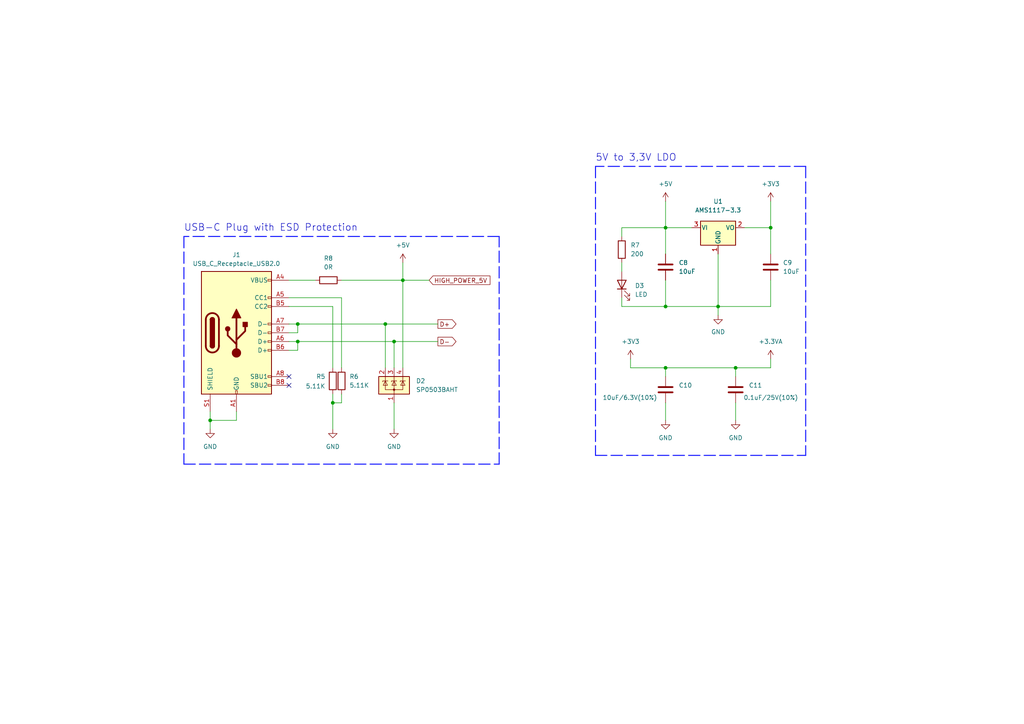
<source format=kicad_sch>
(kicad_sch (version 20211123) (generator eeschema)
  (paper "A4")
  (lib_symbols
    (symbol "Connector:USB_C_Receptacle_USB2.0" (pin_names (offset 1.016))
      (property "Reference" "J" (at -10.16 19.05 0))
      (property "Value" "USB_C_Receptacle_USB2.0" (at 19.05 19.05 0))
      (symbol "USB_C_Receptacle_USB2.0_0_0"
        (rectangle (start -0.254 -17.78) (end 0.254 -16.764))
        (rectangle (start 10.16 -14.986) (end 9.144 -15.494))
        (rectangle (start 10.16 -12.446) (end 9.144 -12.954))
        (rectangle (start 10.16 -4.826) (end 9.144 -5.334))
        (rectangle (start 10.16 -2.286) (end 9.144 -2.794))
        (rectangle (start 10.16 0.254) (end 9.144 -0.254))
        (rectangle (start 10.16 2.794) (end 9.144 2.286))
        (rectangle (start 10.16 7.874) (end 9.144 7.366))
        (rectangle (start 10.16 10.414) (end 9.144 9.906))
        (rectangle (start 10.16 15.494) (end 9.144 14.986))
      )
      (symbol "USB_C_Receptacle_USB2.0_0_1"
        (rectangle (start -10.16 17.78) (end 10.16 -17.78) (stroke (width 0.254)) (fill (type background)))
        (arc (start -8.89 -3.81) (mid -6.985 -5.715) (end -5.08 -3.81) (stroke (width 0.508)))
        (arc (start -7.62 -3.81) (mid -6.985 -4.445) (end -6.35 -3.81) (stroke (width 0.254)))
        (arc (start -7.62 -3.81) (mid -6.985 -4.445) (end -6.35 -3.81) (stroke (width 0.254)) (fill (type outline)))
        (rectangle (start -7.62 -3.81) (end -6.35 3.81) (stroke (width 0.254)) (fill (type outline)))
        (arc (start -6.35 3.81) (mid -6.985 4.445) (end -7.62 3.81) (stroke (width 0.254)))
        (arc (start -6.35 3.81) (mid -6.985 4.445) (end -7.62 3.81) (stroke (width 0.254)) (fill (type outline)))
        (arc (start -5.08 3.81) (mid -6.985 5.715) (end -8.89 3.81) (stroke (width 0.508)))
        (circle (center -2.54 1.143) (radius 0.635) (stroke (width 0.254)) (fill (type outline)))
        (circle (center 0 -5.842) (radius 1.27) (fill (type outline)))
        (polyline (pts (xy -8.89 -3.81) (xy -8.89 3.81)) (stroke (width 0.508)))
        (polyline (pts (xy -5.08 3.81) (xy -5.08 -3.81)) (stroke (width 0.508)))
        (polyline (pts (xy 0 -5.842) (xy 0 4.318)) (stroke (width 0.508)))
        (polyline (pts (xy 0 -3.302) (xy -2.54 -0.762) (xy -2.54 0.508)) (stroke (width 0.508)))
        (polyline (pts (xy 0 -2.032) (xy 2.54 0.508) (xy 2.54 1.778)) (stroke (width 0.508)))
        (polyline (pts (xy -1.27 4.318) (xy 0 6.858) (xy 1.27 4.318) (xy -1.27 4.318)) (stroke (width 0.254)) (fill (type outline)))
        (rectangle (start 1.905 1.778) (end 3.175 3.048) (stroke (width 0.254)) (fill (type outline)))
      )
      (symbol "USB_C_Receptacle_USB2.0_1_1"
        (pin passive line (at 0 -22.86 90) (length 5.08) (name "GND") (number "A1"))
        (pin passive line (at 0 -22.86 90) (length 5.08) hide (name "GND") (number "A12"))
        (pin passive line (at 15.24 15.24 180) (length 5.08) (name "VBUS") (number "A4"))
        (pin bidirectional line (at 15.24 10.16 180) (length 5.08) (name "CC1") (number "A5"))
        (pin bidirectional line (at 15.24 -2.54 180) (length 5.08) (name "D+") (number "A6"))
        (pin bidirectional line (at 15.24 2.54 180) (length 5.08) (name "D-") (number "A7"))
        (pin bidirectional line (at 15.24 -12.7 180) (length 5.08) (name "SBU1") (number "A8"))
        (pin passive line (at 15.24 15.24 180) (length 5.08) hide (name "VBUS") (number "A9"))
        (pin passive line (at 0 -22.86 90) (length 5.08) hide (name "GND") (number "B1"))
        (pin passive line (at 0 -22.86 90) (length 5.08) hide (name "GND") (number "B12"))
        (pin passive line (at 15.24 15.24 180) (length 5.08) hide (name "VBUS") (number "B4"))
        (pin bidirectional line (at 15.24 7.62 180) (length 5.08) (name "CC2") (number "B5"))
        (pin bidirectional line (at 15.24 -5.08 180) (length 5.08) (name "D+") (number "B6"))
        (pin bidirectional line (at 15.24 0 180) (length 5.08) (name "D-") (number "B7"))
        (pin bidirectional line (at 15.24 -15.24 180) (length 5.08) (name "SBU2") (number "B8"))
        (pin passive line (at 15.24 15.24 180) (length 5.08) hide (name "VBUS") (number "B9"))
        (pin passive line (at -7.62 -22.86 90) (length 5.08) (name "SHIELD") (number "S1"))
      )
    )
    (symbol "Device:C" (pin_numbers hide) (pin_names (offset 0.254))
      (property "Reference" "C" (at 0.635 2.54 0))
      (property "Value" "C" (at 0.635 -2.54 0))
      (symbol "C_0_1"
        (polyline (pts (xy -2.032 -0.762) (xy 2.032 -0.762)) (stroke (width 0.508)))
        (polyline (pts (xy -2.032 0.762) (xy 2.032 0.762)) (stroke (width 0.508)))
      )
      (symbol "C_1_1"
        (pin passive line (at 0 3.81 270) (length 2.794) (name "~") (number "1"))
        (pin passive line (at 0 -3.81 90) (length 2.794) (name "~") (number "2"))
      )
    )
    (symbol "Device:LED" (pin_numbers hide) (pin_names (offset 1.016) hide)
      (property "Reference" "D" (at 0 2.54 0))
      (property "Value" "LED" (at 0 -2.54 0))
      (symbol "LED_0_1"
        (polyline (pts (xy -1.27 -1.27) (xy -1.27 1.27)) (stroke (width 0.254)))
        (polyline (pts (xy -1.27 0) (xy 1.27 0)))
        (polyline (pts (xy 1.27 -1.27) (xy 1.27 1.27) (xy -1.27 0) (xy 1.27 -1.27)) (stroke (width 0.254)))
        (polyline (pts (xy -3.048 -0.762) (xy -4.572 -2.286) (xy -3.81 -2.286) (xy -4.572 -2.286) (xy -4.572 -1.524)))
        (polyline (pts (xy -1.778 -0.762) (xy -3.302 -2.286) (xy -2.54 -2.286) (xy -3.302 -2.286) (xy -3.302 -1.524)))
      )
      (symbol "LED_1_1"
        (pin passive line (at -3.81 0 0) (length 2.54) (name "K") (number "1"))
        (pin passive line (at 3.81 0 180) (length 2.54) (name "A") (number "2"))
      )
    )
    (symbol "Device:R" (pin_numbers hide) (pin_names (offset 0))
      (property "Reference" "R" (at 2.032 0 90))
      (property "Value" "R" (at 0 0 90))
      (symbol "R_0_1"
        (rectangle (start -1.016 -2.54) (end 1.016 2.54) (stroke (width 0.254)))
      )
      (symbol "R_1_1"
        (pin passive line (at 0 3.81 270) (length 1.27) (name "~") (number "1"))
        (pin passive line (at 0 -3.81 90) (length 1.27) (name "~") (number "2"))
      )
    )
    (symbol "Power_Protection:SP0503BAHT" (pin_names hide)
      (property "Reference" "D" (at 5.715 2.54 0))
      (property "Value" "SP0503BAHT" (at 5.715 0.635 0))
      (symbol "SP0503BAHT_0_0"
        (pin passive line (at 0 -5.08 90) (length 2.54) (name "A") (number "1"))
      )
      (symbol "SP0503BAHT_0_1"
        (rectangle (start -4.445 2.54) (end 4.445 -2.54) (stroke (width 0.254)) (fill (type background)))
        (circle (center 0 -1.27) (radius 0.254) (fill (type outline)))
        (polyline (pts (xy -2.54 2.54) (xy -2.54 1.27)))
        (polyline (pts (xy 0 -1.27) (xy 0 -2.54)))
        (polyline (pts (xy 0 -1.27) (xy 0 1.27)))
        (polyline (pts (xy 0 2.54) (xy 0 1.27)))
        (polyline (pts (xy 0.635 1.27) (xy 0.762 1.27)))
        (polyline (pts (xy 2.54 2.54) (xy 2.54 1.27)))
        (polyline (pts (xy 0.635 1.27) (xy -0.762 1.27) (xy -0.762 1.016)))
        (polyline (pts (xy -3.302 1.016) (xy -3.302 1.27) (xy -1.905 1.27) (xy -1.778 1.27)))
        (polyline (pts (xy -2.54 1.27) (xy -2.54 -1.27) (xy 2.54 -1.27) (xy 2.54 1.27)))
        (polyline (pts (xy -2.54 1.27) (xy -1.905 0) (xy -3.175 0) (xy -2.54 1.27)))
        (polyline (pts (xy 0.635 0) (xy -0.635 0) (xy 0 1.27) (xy 0.635 0)))
        (polyline (pts (xy 1.778 1.016) (xy 1.778 1.27) (xy 3.175 1.27) (xy 3.302 1.27)))
        (polyline (pts (xy 2.54 1.27) (xy 1.905 0) (xy 3.175 0) (xy 2.54 1.27)))
      )
      (symbol "SP0503BAHT_1_1"
        (pin passive line (at -2.54 5.08 270) (length 2.54) (name "K") (number "2"))
        (pin passive line (at 0 5.08 270) (length 2.54) (name "K") (number "3"))
        (pin passive line (at 2.54 5.08 270) (length 2.54) (name "K") (number "4"))
      )
    )
    (symbol "Regulator_Linear:AMS1117-3.3" (pin_names (offset 0.254))
      (property "Reference" "U" (at -3.81 3.175 0))
      (property "Value" "AMS1117-3.3" (at 0 3.175 0))
      (symbol "AMS1117-3.3_0_1"
        (rectangle (start -5.08 -5.08) (end 5.08 1.905) (stroke (width 0.254)) (fill (type background)))
      )
      (symbol "AMS1117-3.3_1_1"
        (pin power_in line (at 0 -7.62 90) (length 2.54) (name "GND") (number "1"))
        (pin power_out line (at 7.62 0 180) (length 2.54) (name "VO") (number "2"))
        (pin power_in line (at -7.62 0 0) (length 2.54) (name "VI") (number "3"))
      )
    )
    (symbol "power:+3.3V" (power) (pin_names (offset 0))
      (property "Value" "+3.3V" (at 0 3.556 0))
      (symbol "+3.3V_0_1"
        (polyline (pts (xy -0.762 1.27) (xy 0 2.54)))
        (polyline (pts (xy 0 0) (xy 0 2.54)))
        (polyline (pts (xy 0 2.54) (xy 0.762 1.27)))
      )
      (symbol "+3.3V_1_1"
        (pin power_in line (at 0 0 90) (length 0) hide (name "+3V3") (number "1"))
      )
    )
    (symbol "power:+3.3VA" (power) (pin_names (offset 0))
      (property "Value" "+3.3VA" (at 0 3.556 0))
      (symbol "+3.3VA_0_1"
        (polyline (pts (xy -0.762 1.27) (xy 0 2.54)))
        (polyline (pts (xy 0 0) (xy 0 2.54)))
        (polyline (pts (xy 0 2.54) (xy 0.762 1.27)))
      )
      (symbol "+3.3VA_1_1"
        (pin power_in line (at 0 0 90) (length 0) hide (name "+3.3VA") (number "1"))
      )
    )
    (symbol "power:+5V" (power) (pin_names (offset 0))
      (property "Value" "+5V" (at 0 3.556 0))
      (symbol "+5V_0_1"
        (polyline (pts (xy -0.762 1.27) (xy 0 2.54)))
        (polyline (pts (xy 0 0) (xy 0 2.54)))
        (polyline (pts (xy 0 2.54) (xy 0.762 1.27)))
      )
      (symbol "+5V_1_1"
        (pin power_in line (at 0 0 90) (length 0) hide (name "+5V") (number "1"))
      )
    )
    (symbol "power:GND" (power) (pin_names (offset 0))
      (property "Value" "GND" (at 0 -3.81 0))
      (symbol "GND_0_1"
        (polyline (pts (xy 0 0) (xy 0 -1.27) (xy 1.27 -1.27) (xy 0 -2.54) (xy -1.27 -1.27) (xy 0 -1.27)))
      )
      (symbol "GND_1_1"
        (pin power_in line (at 0 0 270) (length 0) hide (name "GND") (number "1"))
      )
    )
  )
  (junction (at 96.52 116.84))
  (junction (at 116.84 81.28))
  (junction (at 86.36 93.98))
  (junction (at 60.96 121.92))
  (junction (at 213.36 106.68))
  (junction (at 114.3 99.06))
  (junction (at 111.76 93.98))
  (junction (at 193.04 66.04))
  (junction (at 86.36 99.06))
  (junction (at 193.04 88.9))
  (junction (at 208.28 88.9))
  (junction (at 223.52 66.04))
  (junction (at 193.04 106.68))
  (no_connect (at 83.82 111.76))
  (no_connect (at 83.82 109.22))
  (wire (pts (xy 208.28 73.66) (xy 208.28 88.9)))
  (polyline (pts (xy 233.68 48.26) (xy 172.72 48.26)) (stroke (width 0.3) (color 25 28 255 1)))
  (wire (pts (xy 193.04 106.68) (xy 213.36 106.68)))
  (wire (pts (xy 96.52 114.3) (xy 96.52 116.84)))
  (wire (pts (xy 96.52 116.84) (xy 96.52 124.46)))
  (wire (pts (xy 60.96 121.92) (xy 68.58 121.92)))
  (polyline (pts (xy 233.68 48.26) (xy 233.68 132.08)) (stroke (width 0.3) (color 25 28 255 1)))
  (wire (pts (xy 193.04 121.92) (xy 193.04 116.84)))
  (wire (pts (xy 180.34 66.04) (xy 193.04 66.04)))
  (wire (pts (xy 180.34 76.2) (xy 180.34 78.74)))
  (wire (pts (xy 83.82 96.52) (xy 86.36 96.52)))
  (wire (pts (xy 223.52 81.28) (xy 223.52 88.9)))
  (wire (pts (xy 114.3 99.06) (xy 127 99.06)))
  (wire (pts (xy 208.28 91.44) (xy 208.28 88.9)))
  (wire (pts (xy 223.52 73.66) (xy 223.52 66.04)))
  (wire (pts (xy 223.52 58.42) (xy 223.52 66.04)))
  (wire (pts (xy 60.96 119.38) (xy 60.96 121.92)))
  (wire (pts (xy 83.82 101.6) (xy 86.36 101.6)))
  (wire (pts (xy 223.52 88.9) (xy 208.28 88.9)))
  (wire (pts (xy 86.36 101.6) (xy 86.36 99.06)))
  (wire (pts (xy 180.34 88.9) (xy 193.04 88.9)))
  (wire (pts (xy 213.36 109.22) (xy 213.36 106.68)))
  (wire (pts (xy 213.36 106.68) (xy 223.52 106.68)))
  (polyline (pts (xy 172.72 48.26) (xy 172.72 132.08)) (stroke (width 0.3) (color 25 28 255 1)))
  (wire (pts (xy 193.04 58.42) (xy 193.04 66.04)))
  (polyline (pts (xy 144.78 68.58) (xy 53.34 68.58)) (stroke (width 0.3) (color 25 28 255 1)))
  (wire (pts (xy 193.04 88.9) (xy 208.28 88.9)))
  (polyline (pts (xy 144.78 134.62) (xy 144.78 68.58)) (stroke (width 0.3) (color 25 28 255 1)))
  (wire (pts (xy 86.36 93.98) (xy 111.76 93.98)))
  (wire (pts (xy 116.84 81.28) (xy 99.06 81.28)))
  (wire (pts (xy 114.3 99.06) (xy 114.3 106.68)))
  (wire (pts (xy 60.96 121.92) (xy 60.96 124.46)))
  (wire (pts (xy 193.04 66.04) (xy 193.04 73.66)))
  (wire (pts (xy 193.04 106.68) (xy 193.04 109.22)))
  (wire (pts (xy 111.76 93.98) (xy 111.76 106.68)))
  (polyline (pts (xy 53.34 134.62) (xy 144.78 134.62)) (stroke (width 0.3) (color 25 28 255 1)))
  (wire (pts (xy 83.82 86.36) (xy 99.06 86.36)))
  (wire (pts (xy 68.58 121.92) (xy 68.58 119.38)))
  (wire (pts (xy 116.84 81.28) (xy 124.46 81.28)))
  (wire (pts (xy 86.36 99.06) (xy 114.3 99.06)))
  (wire (pts (xy 114.3 116.84) (xy 114.3 124.46)))
  (wire (pts (xy 213.36 121.92) (xy 213.36 116.84)))
  (wire (pts (xy 193.04 66.04) (xy 200.66 66.04)))
  (wire (pts (xy 193.04 81.28) (xy 193.04 88.9)))
  (wire (pts (xy 86.36 99.06) (xy 83.82 99.06)))
  (wire (pts (xy 180.34 88.9) (xy 180.34 86.36)))
  (polyline (pts (xy 53.34 68.58) (xy 53.34 134.62)) (stroke (width 0.3) (color 25 28 255 1)))
  (wire (pts (xy 99.06 114.3) (xy 99.06 116.84)))
  (wire (pts (xy 99.06 86.36) (xy 99.06 106.68)))
  (wire (pts (xy 83.82 81.28) (xy 91.44 81.28)))
  (wire (pts (xy 223.52 66.04) (xy 215.9 66.04)))
  (wire (pts (xy 99.06 116.84) (xy 96.52 116.84)))
  (wire (pts (xy 86.36 96.52) (xy 86.36 93.98)))
  (wire (pts (xy 182.88 106.68) (xy 182.88 104.14)))
  (wire (pts (xy 182.88 106.68) (xy 193.04 106.68)))
  (wire (pts (xy 116.84 76.2) (xy 116.84 81.28)))
  (wire (pts (xy 180.34 68.58) (xy 180.34 66.04)))
  (wire (pts (xy 83.82 88.9) (xy 96.52 88.9)))
  (wire (pts (xy 223.52 104.14) (xy 223.52 106.68)))
  (wire (pts (xy 111.76 93.98) (xy 127 93.98)))
  (wire (pts (xy 96.52 88.9) (xy 96.52 106.68)))
  (wire (pts (xy 116.84 81.28) (xy 116.84 106.68)))
  (polyline (pts (xy 172.72 132.08) (xy 233.68 132.08)) (stroke (width 0.3) (color 25 28 255 1)))
  (wire (pts (xy 83.82 93.98) (xy 86.36 93.98)))
  (text "USB-C Plug with ESD Protection\n" (at 53.34 67.31 0) (effects (font (size 2 2)) (justify left bottom)))
  (text "5V to 3,3V LDO " (at 172.72 46.99 0) (effects (font (size 2 2)) (justify left bottom)))
  (global_label "D-" (shape output) (at 127 99.06 0) (property "Intersheet References" "${INTERSHEET_REFS}" (effects hide)))
  (global_label "D+" (shape output) (at 127 93.98 0) (property "Intersheet References" "${INTERSHEET_REFS}" (effects hide)))
  (global_label "HIGH_POWER_5V" (shape input) (at 124.46 81.28 0) (property "Intersheet References" "${INTERSHEET_REFS}" (effects hide)))
  (symbol (lib_id "power:+3.3V") (at 182.88 104.14 0) (unit 1)
    (property "Reference" "#PWR0109" (effects hide))
    (property "Value" "+3.3V" (at 182.88 99.06 0))
  )
  (symbol (lib_id "Device:R") (at 95.25 81.28 90) (unit 1)
    (property "Reference" "R8" (at 95.25 74.93 90))
    (property "Value" "0R" (at 95.25 77.47 90))
    (property "Footprint" "Resistor_SMD:R_0805_2012Metric_Pad1.20x1.40mm_HandSolder" (effects hide))
  )
  (symbol (lib_id "power:+3.3V") (at 223.52 58.42 0) (unit 1)
    (property "Reference" "#PWR0115" (effects hide))
    (property "Value" "+3.3V" (at 223.52 53.34 0))
  )
  (symbol (lib_id "power:GND") (at 193.04 121.92 0) (unit 1)
    (property "Reference" "#PWR0111" (effects hide))
    (property "Value" "GND" (at 193.04 127 0))
  )
  (symbol (lib_id "power:+3.3VA") (at 223.52 104.14 0) (unit 1)
    (property "Reference" "#PWR0113" (effects hide))
    (property "Value" "+3.3VA" (at 223.52 99.06 0))
  )
  (symbol (lib_id "Device:R") (at 180.34 72.39 0) (unit 1)
    (property "Reference" "R7" (at 182.88 71.1199 0) (effects (justify left)))
    (property "Value" "200" (at 182.88 73.6599 0) (effects (justify left)))
    (property "Footprint" "Resistor_SMD:R_0402_1005Metric" (effects hide))
  )
  (symbol (lib_id "power:GND") (at 208.28 91.44 0) (unit 1)
    (property "Reference" "#PWR0112" (effects hide))
    (property "Value" "GND" (at 208.28 96.266 0))
  )
  (symbol (lib_id "power:+5V") (at 193.04 58.42 0) (unit 1)
    (property "Reference" "#PWR0114" (effects hide))
    (property "Value" "+5V" (at 193.04 53.34 0))
  )
  (symbol (lib_id "Device:C") (at 193.04 77.47 0) (unit 1)
    (property "Reference" "C8" (at 196.85 76.1999 0) (effects (justify left)))
    (property "Value" "10uF" (at 196.85 78.7399 0) (effects (justify left)))
    (property "Footprint" "Capacitor_SMD:C_0603_1608Metric_Pad1.08x0.95mm_HandSolder" (effects hide))
  )
  (symbol (lib_id "Power_Protection:SP0503BAHT") (at 114.3 111.76 0) (unit 1)
    (property "Reference" "D2" (at 120.65 110.4899 0) (effects (justify left)))
    (property "Value" "SP0503BAHT" (at 120.65 113.0299 0) (effects (justify left)))
    (property "Footprint" "Package_TO_SOT_SMD:SOT-143" (effects hide))
    (property "Datasheet" "http://www.littelfuse.com/~/media/files/littelfuse/technical%20resources/documents/data%20sheets/sp05xxba.pdf" (effects hide))
  )
  (symbol (lib_id "power:GND") (at 60.96 124.46 0) (unit 1)
    (property "Reference" "#PWR0121" (effects hide))
    (property "Value" "GND" (at 60.96 129.54 0))
  )
  (symbol (lib_id "Device:R") (at 96.52 110.49 0) (unit 1)
    (property "Reference" "R5" (at 91.694 109.22 0) (effects (justify left)))
    (property "Value" "5.11K" (at 88.646 112.014 0) (effects (justify left)))
    (property "Footprint" "Resistor_SMD:R_0603_1608Metric" (effects hide))
  )
  (symbol (lib_id "power:GND") (at 114.3 124.46 0) (unit 1)
    (property "Reference" "#PWR0117" (effects hide))
    (property "Value" "GND" (at 114.3 129.54 0))
  )
  (symbol (lib_id "power:GND") (at 213.36 121.92 0) (unit 1)
    (property "Reference" "#PWR0110" (effects hide))
    (property "Value" "GND" (at 213.36 127 0))
  )
  (symbol (lib_id "Device:C") (at 213.36 113.03 0) (unit 1)
    (property "Reference" "C11" (at 217.17 111.7599 0) (effects (justify left)))
    (property "Value" "0.1uF/25V(10%)" (at 215.646 115.316 0) (effects (justify left)))
    (property "Footprint" "Capacitor_SMD:C_0603_1608Metric" (effects hide))
  )
  (symbol (lib_id "Device:LED") (at 180.34 82.55 90) (unit 1)
    (property "Reference" "D3" (at 184.15 82.8674 90) (effects (justify right)))
    (property "Value" "LED" (at 184.15 85.4074 90) (effects (justify right)))
    (property "Footprint" "LED_SMD:LED_0402_1005Metric" (effects hide))
  )
  (symbol (lib_id "Device:R") (at 99.06 110.49 0) (unit 1)
    (property "Reference" "R6" (at 101.346 109.22 0) (effects (justify left)))
    (property "Value" "5.11K" (at 101.346 111.76 0) (effects (justify left)))
    (property "Footprint" "Resistor_SMD:R_0603_1608Metric" (effects hide))
  )
  (symbol (lib_id "Connector:USB_C_Receptacle_USB2.0") (at 68.58 96.52 0) (unit 1)
    (property "Reference" "J1" (at 68.58 73.914 0))
    (property "Value" "USB_C_Receptacle_USB2.0" (at 68.58 76.454 0))
    (property "Footprint" "Connector_USB:USB_C_Receptacle_HRO_TYPE-C-31-M-12" (effects hide))
    (property "Datasheet" "https://www.usb.org/sites/default/files/documents/usb_type-c.zip" (effects hide))
  )
  (symbol (lib_id "Regulator_Linear:AMS1117-3.3") (at 208.28 66.04 0) (unit 1)
    (property "Reference" "U1" (at 208.28 58.42 0))
    (property "Value" "AMS1117-3.3" (at 208.28 60.96 0))
    (property "Footprint" "Package_TO_SOT_SMD:SOT-223-3_TabPin2" (effects hide))
    (property "Datasheet" "http://www.advanced-monolithic.com/pdf/ds1117.pdf" (effects hide))
  )
  (symbol (lib_id "power:+5V") (at 116.84 76.2 0) (unit 1)
    (property "Reference" "#PWR0116" (effects hide))
    (property "Value" "+5V" (at 116.84 71.12 0))
  )
  (symbol (lib_id "Device:C") (at 223.52 77.47 0) (unit 1)
    (property "Reference" "C9" (at 227.076 76.1999 0) (effects (justify left)))
    (property "Value" "10uF" (at 227.076 78.7399 0) (effects (justify left)))
    (property "Footprint" "Capacitor_SMD:C_0603_1608Metric" (effects hide))
  )
  (symbol (lib_id "Device:C") (at 193.04 113.03 0) (unit 1)
    (property "Reference" "C10" (at 196.85 111.7599 0) (effects (justify left)))
    (property "Value" "10uF/6.3V(10%)" (at 174.752 115.316 0) (effects (justify left)))
    (property "Footprint" "Capacitor_SMD:C_0603_1608Metric" (effects hide))
  )
  (symbol (lib_id "power:GND") (at 96.52 124.46 0) (unit 1)
    (property "Reference" "#PWR0120" (effects hide))
    (property "Value" "GND" (at 96.52 129.54 0))
  )
)
</source>
